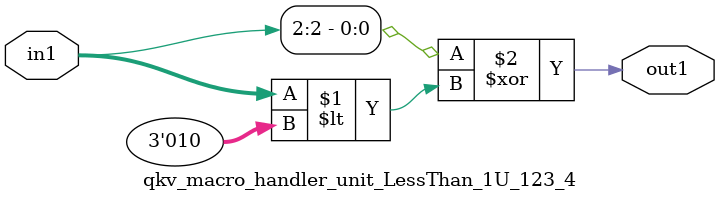
<source format=v>

`timescale 1ps / 1ps


module qkv_macro_handler_unit_LessThan_1U_123_4( in1, out1 );

    input [2:0] in1;
    output out1;

    
    // rtl_process:qkv_macro_handler_unit_LessThan_1U_123_4/qkv_macro_handler_unit_LessThan_1U_123_4_thread_1
    assign out1 = (in1[2] ^ in1 < 3'd2);

endmodule


</source>
